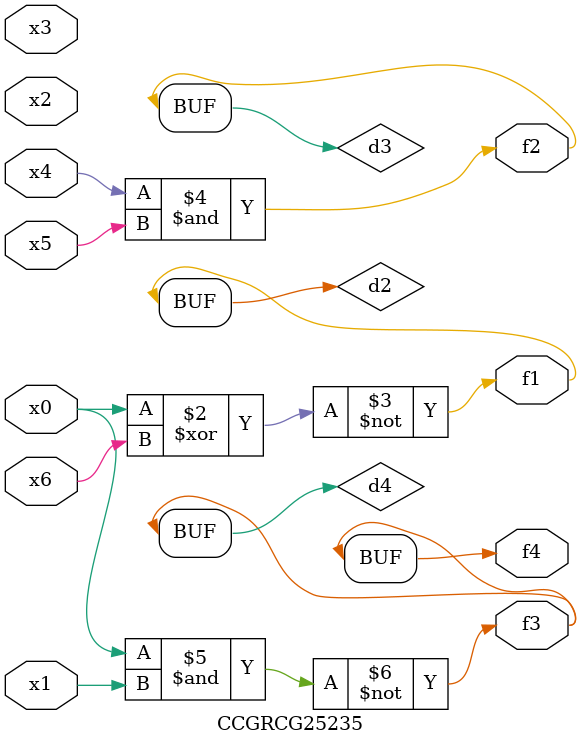
<source format=v>
module CCGRCG25235(
	input x0, x1, x2, x3, x4, x5, x6,
	output f1, f2, f3, f4
);

	wire d1, d2, d3, d4;

	nor (d1, x0);
	xnor (d2, x0, x6);
	and (d3, x4, x5);
	nand (d4, x0, x1);
	assign f1 = d2;
	assign f2 = d3;
	assign f3 = d4;
	assign f4 = d4;
endmodule

</source>
